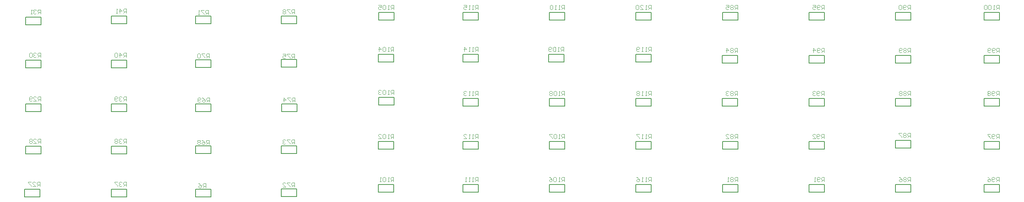
<source format=gbr>
%TF.GenerationSoftware,Altium Limited,Altium Designer,18.0.11 (651)*%
G04 Layer_Color=32896*
%FSLAX26Y26*%
%MOIN*%
%TF.FileFunction,Legend,Bot*%
%TF.Part,Single*%
G01*
G75*
%TA.AperFunction,NonConductor*%
%ADD92C,0.005000*%
%ADD93C,0.004921*%
D92*
X2930472Y1941299D02*
X3070472D01*
X2930472Y1871299D02*
X3070472Y1871299D01*
X2930472Y1871299D02*
Y1941299D01*
X3070472D02*
X3070472Y1871299D01*
X2930471Y1547598D02*
X3070471D01*
X2930471Y1477598D02*
X3070471Y1477598D01*
X2930471Y1477598D02*
Y1547598D01*
X3070471D02*
X3070471Y1477598D01*
X2143070Y1547598D02*
X2283070D01*
X2143070Y1477598D02*
X2283070Y1477598D01*
X2143070Y1477598D02*
Y1547598D01*
X2283070D02*
X2283070Y1477598D01*
X2150944Y1941299D02*
X2290944D01*
X2150944Y1871299D02*
X2290944Y1871299D01*
X2150944Y1871299D02*
Y1941299D01*
X2290944D02*
X2290944Y1871299D01*
X2150944Y2327126D02*
X2290944D01*
X2150944Y2257126D02*
X2290944Y2257126D01*
X2150944Y2257126D02*
Y2327126D01*
X2290944D02*
X2290944Y2257126D01*
X2930472Y2327126D02*
X3070472D01*
X2930472Y2257126D02*
X3070472Y2257126D01*
X2930472Y2257126D02*
Y2327126D01*
X3070472D02*
X3070472Y2257126D01*
X2930472Y2728701D02*
X3070472D01*
X2930472Y2658701D02*
X3070472Y2658701D01*
X2930472Y2658701D02*
Y2728701D01*
X3070472D02*
X3070472Y2658701D01*
X2930472Y3130276D02*
X3070472D01*
X2930472Y3060276D02*
X3070472Y3060275D01*
X2930472Y3060276D02*
Y3130276D01*
X3070472D02*
X3070472Y3060275D01*
X2150944Y3122401D02*
X2290944D01*
X2150944Y3052401D02*
X2290944Y3052401D01*
X2150944Y3052401D02*
Y3122401D01*
X2290944D02*
X2290944Y3052401D01*
X2150944Y2728701D02*
X2290944D01*
X2150944Y2658701D02*
X2290944Y2658701D01*
X2150944Y2658701D02*
Y2728701D01*
X2290944D02*
X2290944Y2658701D01*
X4477874Y2733032D02*
X4477874Y2663032D01*
X4617874D02*
Y2733032D01*
X4477874Y2733032D02*
X4617874Y2733032D01*
X4477874Y2663032D02*
X4617874D01*
X4480709Y2326338D02*
X4480709Y2256338D01*
X4620709D02*
Y2326338D01*
X4480709Y2326338D02*
X4620709Y2326338D01*
X4480709Y2256338D02*
X4620709D01*
X4477874Y1551929D02*
X4477874Y1481929D01*
X4617874D02*
Y1551929D01*
X4477874Y1551929D02*
X4617874Y1551929D01*
X4477874Y1481929D02*
X4617874D01*
X4477874Y1945630D02*
X4477874Y1875630D01*
X4617874D02*
Y1945630D01*
X4477874Y1945630D02*
X4617874Y1945630D01*
X4477874Y1875630D02*
X4617874D01*
X3699213Y1547992D02*
X3699213Y1477992D01*
X3839213D02*
Y1547992D01*
X3699213Y1547992D02*
X3839213Y1547992D01*
X3699213Y1477992D02*
X3839213D01*
X3699213Y1945630D02*
X3699213Y1875630D01*
X3839213D02*
Y1945630D01*
X3699213Y1945630D02*
X3839213Y1945630D01*
X3699213Y1875630D02*
X3839213D01*
X3699213Y2327520D02*
X3699213Y2257520D01*
X3839213D02*
Y2327520D01*
X3699213Y2327520D02*
X3839213Y2327520D01*
X3699213Y2257520D02*
X3839213D01*
X3699213Y2731032D02*
X3699213Y2661032D01*
X3839213D02*
Y2731032D01*
X3699213Y2731032D02*
X3839213Y2731032D01*
X3699213Y2661032D02*
X3839213D01*
X3699213Y3130669D02*
X3699213Y3060669D01*
X3839213D02*
Y3130669D01*
X3699213Y3130669D02*
X3839213Y3130669D01*
X3699213Y3060669D02*
X3839213D01*
X4477874Y3130669D02*
X4477874Y3060669D01*
X4617874D02*
Y3130669D01*
X4477874Y3130669D02*
X4617874Y3130669D01*
X4477874Y3060669D02*
X4617874D01*
X10067165Y3094921D02*
X10207165D01*
X10067165Y3164921D02*
X10207165Y3164921D01*
Y3094921D02*
Y3164921D01*
X10067165Y3164921D02*
X10067165Y3094921D01*
X10068425Y2701220D02*
X10208425D01*
X10068425Y2771221D02*
X10208425Y2771220D01*
Y2701220D02*
Y2771220D01*
X10068425Y2771221D02*
X10068425Y2701220D01*
X6131417Y1913819D02*
X6271417D01*
X6131417Y1983819D02*
X6271417Y1983819D01*
Y1913819D02*
Y1983819D01*
X6131417Y1983819D02*
X6131417Y1913819D01*
Y1520118D02*
X6271417D01*
X6131417Y1590118D02*
X6271417Y1590118D01*
Y1520118D02*
Y1590118D01*
X6131417Y1590118D02*
X6131417Y1520118D01*
X6917559Y3094921D02*
X7057559D01*
X6917559Y3164921D02*
X7057559Y3164921D01*
Y3094921D02*
Y3164921D01*
X6917559Y3164921D02*
X6917559Y3094921D01*
X6911654Y2711063D02*
X7051654D01*
X6911654Y2781063D02*
X7051654Y2781063D01*
Y2711063D02*
Y2781063D01*
X6911654Y2781063D02*
X6911654Y2711063D01*
X10874252Y1520118D02*
X11014252D01*
X10874252Y1590118D02*
X11014252Y1590118D01*
Y1520118D02*
Y1590118D01*
X10874252Y1590118D02*
X10874252Y1520118D01*
X9282132Y3094921D02*
X9422132D01*
X9282132Y3164921D02*
X9422132Y3164921D01*
Y3094921D02*
Y3164921D01*
X9282132Y3164921D02*
X9282132Y3094921D01*
X9282133Y2701220D02*
X9422132D01*
X9282132Y2771221D02*
X9422132Y2771220D01*
Y2701220D02*
Y2771220D01*
X9282132Y2771221D02*
X9282133Y2701220D01*
X10874252Y3094921D02*
X11014252D01*
X10874252Y3164921D02*
X11014252Y3164921D01*
Y3094921D02*
Y3164921D01*
X10874252Y3164921D02*
X10874252Y3094921D01*
X7706221Y1520118D02*
X7846221D01*
X7706221Y1590118D02*
X7846221Y1590118D01*
Y1520118D02*
Y1590118D01*
X7706221Y1590118D02*
X7706221Y1520118D01*
X8492362Y2701220D02*
X8632362D01*
X8492362Y2771221D02*
X8632362Y2771220D01*
Y2701220D02*
Y2771220D01*
X8492362Y2771221D02*
X8492362Y2701220D01*
X10875512D02*
X11015512D01*
X10875512Y2771221D02*
X11015512Y2771220D01*
Y2701220D02*
Y2771220D01*
X10875512Y2771221D02*
X10875512Y2701220D01*
X6131417Y3094921D02*
X6271417D01*
X6131417Y3164921D02*
X6271417Y3164921D01*
Y3094921D02*
Y3164921D01*
X6131417Y3164921D02*
X6131417Y3094921D01*
X8492362Y2307520D02*
X8632362D01*
X8492362Y2377520D02*
X8632362Y2377520D01*
Y2307520D02*
Y2377520D01*
X8492362Y2377520D02*
X8492362Y2307520D01*
X10874252D02*
X11014252D01*
X10874252Y2377520D02*
X11014252Y2377520D01*
Y2307520D02*
Y2377520D01*
X10874252Y2377520D02*
X10874252Y2307520D01*
X6131417Y2711063D02*
X6271417D01*
X6131417Y2781063D02*
X6271417Y2781063D01*
Y2711063D02*
Y2781063D01*
X6131417Y2781063D02*
X6131417Y2711063D01*
X8493622Y1913819D02*
X8633622D01*
X8493622Y1983819D02*
X8633622Y1983819D01*
Y1913819D02*
Y1983819D01*
X8493622Y1983819D02*
X8493622Y1913819D01*
X9282133Y1520118D02*
X9422132D01*
X9282132Y1590118D02*
X9422132Y1590118D01*
Y1520118D02*
Y1590118D01*
X9282132Y1590118D02*
X9282133Y1520118D01*
X8493622D02*
X8633622D01*
X8493622Y1590118D02*
X8633622Y1590118D01*
Y1520118D02*
Y1590118D01*
X8493622Y1590118D02*
X8493622Y1520118D01*
X10874252Y1913819D02*
X11014252D01*
X10874252Y1983819D02*
X11014252Y1983819D01*
Y1913819D02*
Y1983819D01*
X10874252Y1983819D02*
X10874252Y1913819D01*
X6918819Y2307520D02*
X7058819D01*
X6918819Y2377520D02*
X7058819Y2377520D01*
Y2307520D02*
Y2377520D01*
X6918819Y2377520D02*
X6918819Y2307520D01*
X6131417D02*
X6271417D01*
X6131417Y2377520D02*
X6271417Y2377520D01*
Y2307520D02*
Y2377520D01*
X6131417Y2377520D02*
X6131417Y2307520D01*
X6918819Y1913819D02*
X7058819D01*
X6918819Y1983819D02*
X7058819Y1983819D01*
Y1913819D02*
Y1983819D01*
X6918819Y1983819D02*
X6918819Y1913819D01*
X6917559Y1520118D02*
X7057559D01*
X6917559Y1590118D02*
X7057559Y1590118D01*
Y1520118D02*
Y1590118D01*
X6917559Y1590118D02*
X6917559Y1520118D01*
X5363701Y3094921D02*
X5503701D01*
X5363701Y3164921D02*
X5503701Y3164921D01*
Y3094921D02*
Y3164921D01*
X5363701Y3164921D02*
X5363701Y3094921D01*
X10068425Y2307520D02*
X10208425D01*
X10068425Y2377520D02*
X10208425Y2377520D01*
Y2307520D02*
Y2377520D01*
X10068425Y2377520D02*
X10068425Y2307520D01*
X5362441Y2711063D02*
X5502441D01*
X5362441Y2781063D02*
X5502441Y2781063D01*
Y2711063D02*
Y2781063D01*
X5362441Y2781063D02*
X5362441Y2711063D01*
X7706221Y3094921D02*
X7846221D01*
X7706221Y3164921D02*
X7846221Y3164921D01*
Y3094921D02*
Y3164921D01*
X7706221Y3164921D02*
X7706221Y3094921D01*
X10067165Y1923661D02*
X10207165D01*
X10067165Y1993661D02*
X10207165Y1993661D01*
Y1923661D02*
Y1993661D01*
X10067165Y1993661D02*
X10067165Y1923661D01*
X5363701Y2317362D02*
X5503701D01*
X5363701Y2387362D02*
X5503701Y2387362D01*
Y2317362D02*
Y2387362D01*
X5363701Y2387362D02*
X5363701Y2317362D01*
X10068425Y1520118D02*
X10208425D01*
X10068425Y1590118D02*
X10208425Y1590118D01*
Y1520118D02*
Y1590118D01*
X10068425Y1590118D02*
X10068425Y1520118D01*
X5362441Y1913819D02*
X5502441D01*
X5362441Y1983819D02*
X5502441Y1983819D01*
Y1913819D02*
Y1983819D01*
X5362441Y1983819D02*
X5362441Y1913819D01*
X7706221Y2307520D02*
X7846221D01*
X7706221Y2377520D02*
X7846221Y2377520D01*
Y2307520D02*
Y2377520D01*
X7706221Y2377520D02*
X7706221Y2307520D01*
X8493622Y3094921D02*
X8633622D01*
X8493622Y3164921D02*
X8633622Y3164921D01*
Y3094921D02*
Y3164921D01*
X8493622Y3164921D02*
X8493622Y3094921D01*
X5362441Y1520118D02*
X5502441D01*
X5362441Y1590118D02*
X5502441Y1590118D01*
Y1520118D02*
Y1590118D01*
X5362441Y1590118D02*
X5362441Y1520118D01*
X7706221Y1913819D02*
X7846221D01*
X7706221Y1983819D02*
X7846221Y1983819D01*
Y1913819D02*
Y1983819D01*
X7706221Y1983819D02*
X7706221Y1913819D01*
X9281024D02*
X9421024D01*
X9281024Y1983819D02*
X9421024Y1983819D01*
Y1913819D02*
Y1983819D01*
X9281024Y1983819D02*
X9281024Y1913819D01*
X7706221Y2711063D02*
X7846221D01*
X7706221Y2781063D02*
X7846221Y2781063D01*
Y2711063D02*
Y2781063D01*
X7706221Y2781063D02*
X7706221Y2711063D01*
X9281024Y2307520D02*
X9421024D01*
X9281024Y2377520D02*
X9421024Y2377520D01*
Y2307520D02*
Y2377520D01*
X9281024Y2377520D02*
X9281024Y2307520D01*
D93*
X7844000Y3192000D02*
Y3231357D01*
X7824321D01*
X7817762Y3224798D01*
Y3211679D01*
X7824321Y3205119D01*
X7844000D01*
X7830881D02*
X7817762Y3192000D01*
X7804643D02*
X7791524D01*
X7798083D01*
Y3231357D01*
X7804643Y3224798D01*
X7745607Y3192000D02*
X7771845D01*
X7745607Y3218238D01*
Y3224798D01*
X7752166Y3231357D01*
X7765285D01*
X7771845Y3224798D01*
X7732487D02*
X7725928Y3231357D01*
X7712809D01*
X7706249Y3224798D01*
Y3198560D01*
X7712809Y3192000D01*
X7725928D01*
X7732487Y3198560D01*
Y3224798D01*
X7844000Y2808000D02*
Y2847357D01*
X7824321D01*
X7817762Y2840798D01*
Y2827679D01*
X7824321Y2821119D01*
X7844000D01*
X7830881D02*
X7817762Y2808000D01*
X7804643D02*
X7791524D01*
X7798083D01*
Y2847357D01*
X7804643Y2840798D01*
X7771845Y2808000D02*
X7758726D01*
X7765285D01*
Y2847357D01*
X7771845Y2840798D01*
X7739047Y2814560D02*
X7732487Y2808000D01*
X7719368D01*
X7712809Y2814560D01*
Y2840798D01*
X7719368Y2847357D01*
X7732487D01*
X7739047Y2840798D01*
Y2834238D01*
X7732487Y2827679D01*
X7712809D01*
X7844000Y2405000D02*
Y2444357D01*
X7824321D01*
X7817762Y2437798D01*
Y2424679D01*
X7824321Y2418119D01*
X7844000D01*
X7830881D02*
X7817762Y2405000D01*
X7804643D02*
X7791524D01*
X7798083D01*
Y2444357D01*
X7804643Y2437798D01*
X7771845Y2405000D02*
X7758726D01*
X7765285D01*
Y2444357D01*
X7771845Y2437798D01*
X7739047D02*
X7732487Y2444357D01*
X7719368D01*
X7712809Y2437798D01*
Y2431238D01*
X7719368Y2424679D01*
X7712809Y2418119D01*
Y2411560D01*
X7719368Y2405000D01*
X7732487D01*
X7739047Y2411560D01*
Y2418119D01*
X7732487Y2424679D01*
X7739047Y2431238D01*
Y2437798D01*
X7732487Y2424679D02*
X7719368D01*
X7844000Y2011000D02*
Y2050357D01*
X7824321D01*
X7817762Y2043798D01*
Y2030679D01*
X7824321Y2024119D01*
X7844000D01*
X7830881D02*
X7817762Y2011000D01*
X7804643D02*
X7791524D01*
X7798083D01*
Y2050357D01*
X7804643Y2043798D01*
X7771845Y2011000D02*
X7758726D01*
X7765285D01*
Y2050357D01*
X7771845Y2043798D01*
X7739047Y2050357D02*
X7712809D01*
Y2043798D01*
X7739047Y2017560D01*
Y2011000D01*
X7844000Y1618000D02*
Y1657357D01*
X7824321D01*
X7817762Y1650798D01*
Y1637679D01*
X7824321Y1631119D01*
X7844000D01*
X7830881D02*
X7817762Y1618000D01*
X7804643D02*
X7791524D01*
X7798083D01*
Y1657357D01*
X7804643Y1650798D01*
X7771845Y1618000D02*
X7758726D01*
X7765285D01*
Y1657357D01*
X7771845Y1650798D01*
X7712809Y1657357D02*
X7725928Y1650798D01*
X7739047Y1637679D01*
Y1624560D01*
X7732487Y1618000D01*
X7719368D01*
X7712809Y1624560D01*
Y1631119D01*
X7719368Y1637679D01*
X7739047D01*
X6269000Y3192000D02*
Y3231357D01*
X6249321D01*
X6242762Y3224798D01*
Y3211679D01*
X6249321Y3205119D01*
X6269000D01*
X6255881D02*
X6242762Y3192000D01*
X6229643D02*
X6216524D01*
X6223083D01*
Y3231357D01*
X6229643Y3224798D01*
X6196845Y3192000D02*
X6183726D01*
X6190285D01*
Y3231357D01*
X6196845Y3224798D01*
X6137809Y3231357D02*
X6164047D01*
Y3211679D01*
X6150928Y3218238D01*
X6144368D01*
X6137809Y3211679D01*
Y3198560D01*
X6144368Y3192000D01*
X6157487D01*
X6164047Y3198560D01*
X6269000Y2808000D02*
Y2847357D01*
X6249321D01*
X6242762Y2840798D01*
Y2827679D01*
X6249321Y2821119D01*
X6269000D01*
X6255881D02*
X6242762Y2808000D01*
X6229643D02*
X6216524D01*
X6223083D01*
Y2847357D01*
X6229643Y2840798D01*
X6196845Y2808000D02*
X6183726D01*
X6190285D01*
Y2847357D01*
X6196845Y2840798D01*
X6144368Y2808000D02*
Y2847357D01*
X6164047Y2827679D01*
X6137809D01*
X6269000Y2405000D02*
Y2444357D01*
X6249321D01*
X6242762Y2437798D01*
Y2424679D01*
X6249321Y2418119D01*
X6269000D01*
X6255881D02*
X6242762Y2405000D01*
X6229643D02*
X6216524D01*
X6223083D01*
Y2444357D01*
X6229643Y2437798D01*
X6196845Y2405000D02*
X6183726D01*
X6190285D01*
Y2444357D01*
X6196845Y2437798D01*
X6164047D02*
X6157487Y2444357D01*
X6144368D01*
X6137809Y2437798D01*
Y2431238D01*
X6144368Y2424679D01*
X6150928D01*
X6144368D01*
X6137809Y2418119D01*
Y2411560D01*
X6144368Y2405000D01*
X6157487D01*
X6164047Y2411560D01*
X6269000Y2011000D02*
Y2050357D01*
X6249321D01*
X6242762Y2043798D01*
Y2030679D01*
X6249321Y2024119D01*
X6269000D01*
X6255881D02*
X6242762Y2011000D01*
X6229643D02*
X6216524D01*
X6223083D01*
Y2050357D01*
X6229643Y2043798D01*
X6196845Y2011000D02*
X6183726D01*
X6190285D01*
Y2050357D01*
X6196845Y2043798D01*
X6137809Y2011000D02*
X6164047D01*
X6137809Y2037238D01*
Y2043798D01*
X6144368Y2050357D01*
X6157487D01*
X6164047Y2043798D01*
X6269000Y1618000D02*
Y1657357D01*
X6249321D01*
X6242762Y1650798D01*
Y1637679D01*
X6249321Y1631119D01*
X6269000D01*
X6255881D02*
X6242762Y1618000D01*
X6229643D02*
X6216524D01*
X6223083D01*
Y1657357D01*
X6229643Y1650798D01*
X6196845Y1618000D02*
X6183726D01*
X6190285D01*
Y1657357D01*
X6196845Y1650798D01*
X6164047Y1618000D02*
X6150928D01*
X6157487D01*
Y1657357D01*
X6164047Y1650798D01*
X7055000Y3192000D02*
Y3231357D01*
X7035321D01*
X7028762Y3224798D01*
Y3211679D01*
X7035321Y3205119D01*
X7055000D01*
X7041881D02*
X7028762Y3192000D01*
X7015643D02*
X7002524D01*
X7009083D01*
Y3231357D01*
X7015643Y3224798D01*
X6982845Y3192000D02*
X6969726D01*
X6976285D01*
Y3231357D01*
X6982845Y3224798D01*
X6950047D02*
X6943487Y3231357D01*
X6930368D01*
X6923809Y3224798D01*
Y3198560D01*
X6930368Y3192000D01*
X6943487D01*
X6950047Y3198560D01*
Y3224798D01*
X7049000Y2808000D02*
Y2847357D01*
X7029321D01*
X7022762Y2840798D01*
Y2827679D01*
X7029321Y2821119D01*
X7049000D01*
X7035881D02*
X7022762Y2808000D01*
X7009643D02*
X6996524D01*
X7003083D01*
Y2847357D01*
X7009643Y2840798D01*
X6976845D02*
X6970285Y2847357D01*
X6957166D01*
X6950607Y2840798D01*
Y2814560D01*
X6957166Y2808000D01*
X6970285D01*
X6976845Y2814560D01*
Y2840798D01*
X6937487Y2814560D02*
X6930928Y2808000D01*
X6917809D01*
X6911249Y2814560D01*
Y2840798D01*
X6917809Y2847357D01*
X6930928D01*
X6937487Y2840798D01*
Y2834238D01*
X6930928Y2827679D01*
X6911249D01*
X7056000Y2405000D02*
Y2444357D01*
X7036321D01*
X7029762Y2437798D01*
Y2424679D01*
X7036321Y2418119D01*
X7056000D01*
X7042881D02*
X7029762Y2405000D01*
X7016643D02*
X7003524D01*
X7010083D01*
Y2444357D01*
X7016643Y2437798D01*
X6983845D02*
X6977285Y2444357D01*
X6964166D01*
X6957607Y2437798D01*
Y2411560D01*
X6964166Y2405000D01*
X6977285D01*
X6983845Y2411560D01*
Y2437798D01*
X6944487D02*
X6937928Y2444357D01*
X6924809D01*
X6918249Y2437798D01*
Y2431238D01*
X6924809Y2424679D01*
X6918249Y2418119D01*
Y2411560D01*
X6924809Y2405000D01*
X6937928D01*
X6944487Y2411560D01*
Y2418119D01*
X6937928Y2424679D01*
X6944487Y2431238D01*
Y2437798D01*
X6937928Y2424679D02*
X6924809D01*
X7056000Y2011000D02*
Y2050357D01*
X7036321D01*
X7029762Y2043798D01*
Y2030679D01*
X7036321Y2024119D01*
X7056000D01*
X7042881D02*
X7029762Y2011000D01*
X7016643D02*
X7003524D01*
X7010083D01*
Y2050357D01*
X7016643Y2043798D01*
X6983845D02*
X6977285Y2050357D01*
X6964166D01*
X6957607Y2043798D01*
Y2017560D01*
X6964166Y2011000D01*
X6977285D01*
X6983845Y2017560D01*
Y2043798D01*
X6944487Y2050357D02*
X6918249D01*
Y2043798D01*
X6944487Y2017560D01*
Y2011000D01*
X7055000Y1618000D02*
Y1657357D01*
X7035321D01*
X7028762Y1650798D01*
Y1637679D01*
X7035321Y1631119D01*
X7055000D01*
X7041881D02*
X7028762Y1618000D01*
X7015643D02*
X7002524D01*
X7009083D01*
Y1657357D01*
X7015643Y1650798D01*
X6982845D02*
X6976285Y1657357D01*
X6963166D01*
X6956607Y1650798D01*
Y1624560D01*
X6963166Y1618000D01*
X6976285D01*
X6982845Y1624560D01*
Y1650798D01*
X6917249Y1657357D02*
X6930368Y1650798D01*
X6943487Y1637679D01*
Y1624560D01*
X6936928Y1618000D01*
X6923809D01*
X6917249Y1624560D01*
Y1631119D01*
X6923809Y1637679D01*
X6943487D01*
X5501000Y3192000D02*
Y3231357D01*
X5481321D01*
X5474762Y3224798D01*
Y3211679D01*
X5481321Y3205119D01*
X5501000D01*
X5487881D02*
X5474762Y3192000D01*
X5461643D02*
X5448524D01*
X5455083D01*
Y3231357D01*
X5461643Y3224798D01*
X5428845D02*
X5422285Y3231357D01*
X5409166D01*
X5402607Y3224798D01*
Y3198560D01*
X5409166Y3192000D01*
X5422285D01*
X5428845Y3198560D01*
Y3224798D01*
X5363249Y3231357D02*
X5389487D01*
Y3211679D01*
X5376368Y3218238D01*
X5369809D01*
X5363249Y3211679D01*
Y3198560D01*
X5369809Y3192000D01*
X5382928D01*
X5389487Y3198560D01*
X5500000Y2808000D02*
Y2847357D01*
X5480321D01*
X5473762Y2840798D01*
Y2827679D01*
X5480321Y2821119D01*
X5500000D01*
X5486881D02*
X5473762Y2808000D01*
X5460643D02*
X5447524D01*
X5454083D01*
Y2847357D01*
X5460643Y2840798D01*
X5427845D02*
X5421285Y2847357D01*
X5408166D01*
X5401607Y2840798D01*
Y2814560D01*
X5408166Y2808000D01*
X5421285D01*
X5427845Y2814560D01*
Y2840798D01*
X5368809Y2808000D02*
Y2847357D01*
X5388487Y2827679D01*
X5362249D01*
X5501000Y2415000D02*
Y2454357D01*
X5481321D01*
X5474762Y2447798D01*
Y2434679D01*
X5481321Y2428119D01*
X5501000D01*
X5487881D02*
X5474762Y2415000D01*
X5461643D02*
X5448524D01*
X5455083D01*
Y2454357D01*
X5461643Y2447798D01*
X5428845D02*
X5422285Y2454357D01*
X5409166D01*
X5402607Y2447798D01*
Y2421560D01*
X5409166Y2415000D01*
X5422285D01*
X5428845Y2421560D01*
Y2447798D01*
X5389487D02*
X5382928Y2454357D01*
X5369809D01*
X5363249Y2447798D01*
Y2441238D01*
X5369809Y2434679D01*
X5376368D01*
X5369809D01*
X5363249Y2428119D01*
Y2421560D01*
X5369809Y2415000D01*
X5382928D01*
X5389487Y2421560D01*
X5500000Y2011000D02*
Y2050357D01*
X5480321D01*
X5473762Y2043798D01*
Y2030679D01*
X5480321Y2024119D01*
X5500000D01*
X5486881D02*
X5473762Y2011000D01*
X5460643D02*
X5447524D01*
X5454083D01*
Y2050357D01*
X5460643Y2043798D01*
X5427845D02*
X5421285Y2050357D01*
X5408166D01*
X5401607Y2043798D01*
Y2017560D01*
X5408166Y2011000D01*
X5421285D01*
X5427845Y2017560D01*
Y2043798D01*
X5362249Y2011000D02*
X5388487D01*
X5362249Y2037238D01*
Y2043798D01*
X5368809Y2050357D01*
X5381928D01*
X5388487Y2043798D01*
X5500000Y1618000D02*
Y1657357D01*
X5480321D01*
X5473762Y1650798D01*
Y1637679D01*
X5480321Y1631119D01*
X5500000D01*
X5486881D02*
X5473762Y1618000D01*
X5460643D02*
X5447524D01*
X5454083D01*
Y1657357D01*
X5460643Y1650798D01*
X5427845D02*
X5421285Y1657357D01*
X5408166D01*
X5401607Y1650798D01*
Y1624560D01*
X5408166Y1618000D01*
X5421285D01*
X5427845Y1624560D01*
Y1650798D01*
X5388487Y1618000D02*
X5375368D01*
X5381928D01*
Y1657357D01*
X5388487Y1650798D01*
X11012000Y3192000D02*
Y3231357D01*
X10992321D01*
X10985762Y3224798D01*
Y3211679D01*
X10992321Y3205119D01*
X11012000D01*
X10998881D02*
X10985762Y3192000D01*
X10972643D02*
X10959523D01*
X10966083D01*
Y3231357D01*
X10972643Y3224798D01*
X10939845D02*
X10933285Y3231357D01*
X10920166D01*
X10913607Y3224798D01*
Y3198560D01*
X10920166Y3192000D01*
X10933285D01*
X10939845Y3198560D01*
Y3224798D01*
X10900487D02*
X10893928Y3231357D01*
X10880809D01*
X10874249Y3224798D01*
Y3198560D01*
X10880809Y3192000D01*
X10893928D01*
X10900487Y3198560D01*
Y3224798D01*
X11013000Y2799000D02*
Y2838357D01*
X10993321D01*
X10986762Y2831798D01*
Y2818679D01*
X10993321Y2812119D01*
X11013000D01*
X10999881D02*
X10986762Y2799000D01*
X10973643Y2805560D02*
X10967083Y2799000D01*
X10953964D01*
X10947404Y2805560D01*
Y2831798D01*
X10953964Y2838357D01*
X10967083D01*
X10973643Y2831798D01*
Y2825238D01*
X10967083Y2818679D01*
X10947404D01*
X10934285Y2805560D02*
X10927726Y2799000D01*
X10914606D01*
X10908047Y2805560D01*
Y2831798D01*
X10914606Y2838357D01*
X10927726D01*
X10934285Y2831798D01*
Y2825238D01*
X10927726Y2818679D01*
X10908047D01*
X11012000Y2405000D02*
Y2444357D01*
X10992321D01*
X10985762Y2437798D01*
Y2424679D01*
X10992321Y2418119D01*
X11012000D01*
X10998881D02*
X10985762Y2405000D01*
X10972643Y2411560D02*
X10966083Y2405000D01*
X10952964D01*
X10946404Y2411560D01*
Y2437798D01*
X10952964Y2444357D01*
X10966083D01*
X10972643Y2437798D01*
Y2431238D01*
X10966083Y2424679D01*
X10946404D01*
X10933285Y2437798D02*
X10926726Y2444357D01*
X10913606D01*
X10907047Y2437798D01*
Y2431238D01*
X10913606Y2424679D01*
X10907047Y2418119D01*
Y2411560D01*
X10913606Y2405000D01*
X10926726D01*
X10933285Y2411560D01*
Y2418119D01*
X10926726Y2424679D01*
X10933285Y2431238D01*
Y2437798D01*
X10926726Y2424679D02*
X10913606D01*
X11012000Y2011000D02*
Y2050357D01*
X10992321D01*
X10985762Y2043798D01*
Y2030679D01*
X10992321Y2024119D01*
X11012000D01*
X10998881D02*
X10985762Y2011000D01*
X10972643Y2017560D02*
X10966083Y2011000D01*
X10952964D01*
X10946404Y2017560D01*
Y2043798D01*
X10952964Y2050357D01*
X10966083D01*
X10972643Y2043798D01*
Y2037238D01*
X10966083Y2030679D01*
X10946404D01*
X10933285Y2050357D02*
X10907047D01*
Y2043798D01*
X10933285Y2017560D01*
Y2011000D01*
X11012000Y1618000D02*
Y1657357D01*
X10992321D01*
X10985762Y1650798D01*
Y1637679D01*
X10992321Y1631119D01*
X11012000D01*
X10998881D02*
X10985762Y1618000D01*
X10972643Y1624560D02*
X10966083Y1618000D01*
X10952964D01*
X10946404Y1624560D01*
Y1650798D01*
X10952964Y1657357D01*
X10966083D01*
X10972643Y1650798D01*
Y1644238D01*
X10966083Y1637679D01*
X10946404D01*
X10907047Y1657357D02*
X10920166Y1650798D01*
X10933285Y1637679D01*
Y1624560D01*
X10926726Y1618000D01*
X10913606D01*
X10907047Y1624560D01*
Y1631119D01*
X10913606Y1637679D01*
X10933285D01*
X9420000Y3192000D02*
Y3231357D01*
X9400321D01*
X9393762Y3224798D01*
Y3211679D01*
X9400321Y3205119D01*
X9420000D01*
X9406881D02*
X9393762Y3192000D01*
X9380643Y3198560D02*
X9374083Y3192000D01*
X9360964D01*
X9354404Y3198560D01*
Y3224798D01*
X9360964Y3231357D01*
X9374083D01*
X9380643Y3224798D01*
Y3218238D01*
X9374083Y3211679D01*
X9354404D01*
X9315047Y3231357D02*
X9341285D01*
Y3211679D01*
X9328166Y3218238D01*
X9321606D01*
X9315047Y3211679D01*
Y3198560D01*
X9321606Y3192000D01*
X9334726D01*
X9341285Y3198560D01*
X9420000Y2799000D02*
Y2838357D01*
X9400321D01*
X9393762Y2831798D01*
Y2818679D01*
X9400321Y2812119D01*
X9420000D01*
X9406881D02*
X9393762Y2799000D01*
X9380643Y2805560D02*
X9374083Y2799000D01*
X9360964D01*
X9354404Y2805560D01*
Y2831798D01*
X9360964Y2838357D01*
X9374083D01*
X9380643Y2831798D01*
Y2825238D01*
X9374083Y2818679D01*
X9354404D01*
X9321606Y2799000D02*
Y2838357D01*
X9341285Y2818679D01*
X9315047D01*
X9419000Y2405000D02*
Y2444357D01*
X9399321D01*
X9392762Y2437798D01*
Y2424679D01*
X9399321Y2418119D01*
X9419000D01*
X9405881D02*
X9392762Y2405000D01*
X9379643Y2411560D02*
X9373083Y2405000D01*
X9359964D01*
X9353404Y2411560D01*
Y2437798D01*
X9359964Y2444357D01*
X9373083D01*
X9379643Y2437798D01*
Y2431238D01*
X9373083Y2424679D01*
X9353404D01*
X9340285Y2437798D02*
X9333726Y2444357D01*
X9320606D01*
X9314047Y2437798D01*
Y2431238D01*
X9320606Y2424679D01*
X9327166D01*
X9320606D01*
X9314047Y2418119D01*
Y2411560D01*
X9320606Y2405000D01*
X9333726D01*
X9340285Y2411560D01*
X9419000Y2011000D02*
Y2050357D01*
X9399321D01*
X9392762Y2043798D01*
Y2030679D01*
X9399321Y2024119D01*
X9419000D01*
X9405881D02*
X9392762Y2011000D01*
X9379643Y2017560D02*
X9373083Y2011000D01*
X9359964D01*
X9353404Y2017560D01*
Y2043798D01*
X9359964Y2050357D01*
X9373083D01*
X9379643Y2043798D01*
Y2037238D01*
X9373083Y2030679D01*
X9353404D01*
X9314047Y2011000D02*
X9340285D01*
X9314047Y2037238D01*
Y2043798D01*
X9320606Y2050357D01*
X9333726D01*
X9340285Y2043798D01*
X9420000Y1618000D02*
Y1657357D01*
X9400321D01*
X9393762Y1650798D01*
Y1637679D01*
X9400321Y1631119D01*
X9420000D01*
X9406881D02*
X9393762Y1618000D01*
X9380643Y1624560D02*
X9374083Y1618000D01*
X9360964D01*
X9354404Y1624560D01*
Y1650798D01*
X9360964Y1657357D01*
X9374083D01*
X9380643Y1650798D01*
Y1644238D01*
X9374083Y1637679D01*
X9354404D01*
X9341285Y1618000D02*
X9328166D01*
X9334726D01*
Y1657357D01*
X9341285Y1650798D01*
X10205000Y3192000D02*
Y3231357D01*
X10185321D01*
X10178762Y3224798D01*
Y3211679D01*
X10185321Y3205119D01*
X10205000D01*
X10191881D02*
X10178762Y3192000D01*
X10165643Y3198560D02*
X10159083Y3192000D01*
X10145964D01*
X10139404Y3198560D01*
Y3224798D01*
X10145964Y3231357D01*
X10159083D01*
X10165643Y3224798D01*
Y3218238D01*
X10159083Y3211679D01*
X10139404D01*
X10126285Y3224798D02*
X10119726Y3231357D01*
X10106606D01*
X10100047Y3224798D01*
Y3198560D01*
X10106606Y3192000D01*
X10119726D01*
X10126285Y3198560D01*
Y3224798D01*
X10206000Y2799000D02*
Y2838357D01*
X10186321D01*
X10179762Y2831798D01*
Y2818679D01*
X10186321Y2812119D01*
X10206000D01*
X10192881D02*
X10179762Y2799000D01*
X10166643Y2831798D02*
X10160083Y2838357D01*
X10146964D01*
X10140404Y2831798D01*
Y2825238D01*
X10146964Y2818679D01*
X10140404Y2812119D01*
Y2805560D01*
X10146964Y2799000D01*
X10160083D01*
X10166643Y2805560D01*
Y2812119D01*
X10160083Y2818679D01*
X10166643Y2825238D01*
Y2831798D01*
X10160083Y2818679D02*
X10146964D01*
X10127285Y2805560D02*
X10120726Y2799000D01*
X10107606D01*
X10101047Y2805560D01*
Y2831798D01*
X10107606Y2838357D01*
X10120726D01*
X10127285Y2831798D01*
Y2825238D01*
X10120726Y2818679D01*
X10101047D01*
X10206000Y2405000D02*
Y2444357D01*
X10186321D01*
X10179762Y2437798D01*
Y2424679D01*
X10186321Y2418119D01*
X10206000D01*
X10192881D02*
X10179762Y2405000D01*
X10166643Y2437798D02*
X10160083Y2444357D01*
X10146964D01*
X10140404Y2437798D01*
Y2431238D01*
X10146964Y2424679D01*
X10140404Y2418119D01*
Y2411560D01*
X10146964Y2405000D01*
X10160083D01*
X10166643Y2411560D01*
Y2418119D01*
X10160083Y2424679D01*
X10166643Y2431238D01*
Y2437798D01*
X10160083Y2424679D02*
X10146964D01*
X10127285Y2437798D02*
X10120726Y2444357D01*
X10107606D01*
X10101047Y2437798D01*
Y2431238D01*
X10107606Y2424679D01*
X10101047Y2418119D01*
Y2411560D01*
X10107606Y2405000D01*
X10120726D01*
X10127285Y2411560D01*
Y2418119D01*
X10120726Y2424679D01*
X10127285Y2431238D01*
Y2437798D01*
X10120726Y2424679D02*
X10107606D01*
X10205000Y2021000D02*
Y2060357D01*
X10185321D01*
X10178762Y2053798D01*
Y2040679D01*
X10185321Y2034119D01*
X10205000D01*
X10191881D02*
X10178762Y2021000D01*
X10165643Y2053798D02*
X10159083Y2060357D01*
X10145964D01*
X10139404Y2053798D01*
Y2047238D01*
X10145964Y2040679D01*
X10139404Y2034119D01*
Y2027560D01*
X10145964Y2021000D01*
X10159083D01*
X10165643Y2027560D01*
Y2034119D01*
X10159083Y2040679D01*
X10165643Y2047238D01*
Y2053798D01*
X10159083Y2040679D02*
X10145964D01*
X10126285Y2060357D02*
X10100047D01*
Y2053798D01*
X10126285Y2027560D01*
Y2021000D01*
X10206000Y1618000D02*
Y1657357D01*
X10186321D01*
X10179762Y1650798D01*
Y1637679D01*
X10186321Y1631119D01*
X10206000D01*
X10192881D02*
X10179762Y1618000D01*
X10166643Y1650798D02*
X10160083Y1657357D01*
X10146964D01*
X10140404Y1650798D01*
Y1644238D01*
X10146964Y1637679D01*
X10140404Y1631119D01*
Y1624560D01*
X10146964Y1618000D01*
X10160083D01*
X10166643Y1624560D01*
Y1631119D01*
X10160083Y1637679D01*
X10166643Y1644238D01*
Y1650798D01*
X10160083Y1637679D02*
X10146964D01*
X10101047Y1657357D02*
X10114166Y1650798D01*
X10127285Y1637679D01*
Y1624560D01*
X10120726Y1618000D01*
X10107606D01*
X10101047Y1624560D01*
Y1631119D01*
X10107606Y1637679D01*
X10127285D01*
X8631000Y3192000D02*
Y3231357D01*
X8611321D01*
X8604762Y3224798D01*
Y3211679D01*
X8611321Y3205119D01*
X8631000D01*
X8617881D02*
X8604762Y3192000D01*
X8591643Y3224798D02*
X8585083Y3231357D01*
X8571964D01*
X8565404Y3224798D01*
Y3218238D01*
X8571964Y3211679D01*
X8565404Y3205119D01*
Y3198560D01*
X8571964Y3192000D01*
X8585083D01*
X8591643Y3198560D01*
Y3205119D01*
X8585083Y3211679D01*
X8591643Y3218238D01*
Y3224798D01*
X8585083Y3211679D02*
X8571964D01*
X8526047Y3231357D02*
X8552285D01*
Y3211679D01*
X8539166Y3218238D01*
X8532606D01*
X8526047Y3211679D01*
Y3198560D01*
X8532606Y3192000D01*
X8545726D01*
X8552285Y3198560D01*
X8630000Y2799000D02*
Y2838357D01*
X8610321D01*
X8603762Y2831798D01*
Y2818679D01*
X8610321Y2812119D01*
X8630000D01*
X8616881D02*
X8603762Y2799000D01*
X8590643Y2831798D02*
X8584083Y2838357D01*
X8570964D01*
X8564404Y2831798D01*
Y2825238D01*
X8570964Y2818679D01*
X8564404Y2812119D01*
Y2805560D01*
X8570964Y2799000D01*
X8584083D01*
X8590643Y2805560D01*
Y2812119D01*
X8584083Y2818679D01*
X8590643Y2825238D01*
Y2831798D01*
X8584083Y2818679D02*
X8570964D01*
X8531606Y2799000D02*
Y2838357D01*
X8551285Y2818679D01*
X8525047D01*
X8630000Y2405000D02*
Y2444357D01*
X8610321D01*
X8603762Y2437798D01*
Y2424679D01*
X8610321Y2418119D01*
X8630000D01*
X8616881D02*
X8603762Y2405000D01*
X8590643Y2437798D02*
X8584083Y2444357D01*
X8570964D01*
X8564404Y2437798D01*
Y2431238D01*
X8570964Y2424679D01*
X8564404Y2418119D01*
Y2411560D01*
X8570964Y2405000D01*
X8584083D01*
X8590643Y2411560D01*
Y2418119D01*
X8584083Y2424679D01*
X8590643Y2431238D01*
Y2437798D01*
X8584083Y2424679D02*
X8570964D01*
X8551285Y2437798D02*
X8544726Y2444357D01*
X8531606D01*
X8525047Y2437798D01*
Y2431238D01*
X8531606Y2424679D01*
X8538166D01*
X8531606D01*
X8525047Y2418119D01*
Y2411560D01*
X8531606Y2405000D01*
X8544726D01*
X8551285Y2411560D01*
X8631000Y2011000D02*
Y2050357D01*
X8611321D01*
X8604762Y2043798D01*
Y2030679D01*
X8611321Y2024119D01*
X8631000D01*
X8617881D02*
X8604762Y2011000D01*
X8591643Y2043798D02*
X8585083Y2050357D01*
X8571964D01*
X8565404Y2043798D01*
Y2037238D01*
X8571964Y2030679D01*
X8565404Y2024119D01*
Y2017560D01*
X8571964Y2011000D01*
X8585083D01*
X8591643Y2017560D01*
Y2024119D01*
X8585083Y2030679D01*
X8591643Y2037238D01*
Y2043798D01*
X8585083Y2030679D02*
X8571964D01*
X8526047Y2011000D02*
X8552285D01*
X8526047Y2037238D01*
Y2043798D01*
X8532606Y2050357D01*
X8545726D01*
X8552285Y2043798D01*
X8631000Y1618000D02*
Y1657357D01*
X8611321D01*
X8604762Y1650798D01*
Y1637679D01*
X8611321Y1631119D01*
X8631000D01*
X8617881D02*
X8604762Y1618000D01*
X8591643Y1650798D02*
X8585083Y1657357D01*
X8571964D01*
X8565404Y1650798D01*
Y1644238D01*
X8571964Y1637679D01*
X8565404Y1631119D01*
Y1624560D01*
X8571964Y1618000D01*
X8585083D01*
X8591643Y1624560D01*
Y1631119D01*
X8585083Y1637679D01*
X8591643Y1644238D01*
Y1650798D01*
X8585083Y1637679D02*
X8571964D01*
X8552285Y1618000D02*
X8539166D01*
X8545726D01*
Y1657357D01*
X8552285Y1650798D01*
X3068000Y3158000D02*
Y3197357D01*
X3048321D01*
X3041762Y3190798D01*
Y3177679D01*
X3048321Y3171119D01*
X3068000D01*
X3054881D02*
X3041762Y3158000D01*
X3008964D02*
Y3197357D01*
X3028643Y3177679D01*
X3002404D01*
X2989285Y3158000D02*
X2976166D01*
X2982726D01*
Y3197357D01*
X2989285Y3190798D01*
X3068000Y2756000D02*
Y2795357D01*
X3048321D01*
X3041762Y2788798D01*
Y2775679D01*
X3048321Y2769119D01*
X3068000D01*
X3054881D02*
X3041762Y2756000D01*
X3008964D02*
Y2795357D01*
X3028643Y2775679D01*
X3002404D01*
X2989285Y2788798D02*
X2982726Y2795357D01*
X2969606D01*
X2963047Y2788798D01*
Y2762560D01*
X2969606Y2756000D01*
X2982726D01*
X2989285Y2762560D01*
Y2788798D01*
X3068000Y2355000D02*
Y2394357D01*
X3048321D01*
X3041762Y2387798D01*
Y2374679D01*
X3048321Y2368119D01*
X3068000D01*
X3054881D02*
X3041762Y2355000D01*
X3028643Y2387798D02*
X3022083Y2394357D01*
X3008964D01*
X3002404Y2387798D01*
Y2381238D01*
X3008964Y2374679D01*
X3015523D01*
X3008964D01*
X3002404Y2368119D01*
Y2361560D01*
X3008964Y2355000D01*
X3022083D01*
X3028643Y2361560D01*
X2989285D02*
X2982726Y2355000D01*
X2969606D01*
X2963047Y2361560D01*
Y2387798D01*
X2969606Y2394357D01*
X2982726D01*
X2989285Y2387798D01*
Y2381238D01*
X2982726Y2374679D01*
X2963047D01*
X3068000Y1969000D02*
Y2008357D01*
X3048321D01*
X3041762Y2001798D01*
Y1988679D01*
X3048321Y1982119D01*
X3068000D01*
X3054881D02*
X3041762Y1969000D01*
X3028643Y2001798D02*
X3022083Y2008357D01*
X3008964D01*
X3002404Y2001798D01*
Y1995238D01*
X3008964Y1988679D01*
X3015523D01*
X3008964D01*
X3002404Y1982119D01*
Y1975560D01*
X3008964Y1969000D01*
X3022083D01*
X3028643Y1975560D01*
X2989285Y2001798D02*
X2982726Y2008357D01*
X2969606D01*
X2963047Y2001798D01*
Y1995238D01*
X2969606Y1988679D01*
X2963047Y1982119D01*
Y1975560D01*
X2969606Y1969000D01*
X2982726D01*
X2989285Y1975560D01*
Y1982119D01*
X2982726Y1988679D01*
X2989285Y1995238D01*
Y2001798D01*
X2982726Y1988679D02*
X2969606D01*
X3068000Y1575000D02*
Y1614357D01*
X3048321D01*
X3041762Y1607798D01*
Y1594679D01*
X3048321Y1588119D01*
X3068000D01*
X3054881D02*
X3041762Y1575000D01*
X3028643Y1607798D02*
X3022083Y1614357D01*
X3008964D01*
X3002404Y1607798D01*
Y1601238D01*
X3008964Y1594679D01*
X3015523D01*
X3008964D01*
X3002404Y1588119D01*
Y1581560D01*
X3008964Y1575000D01*
X3022083D01*
X3028643Y1581560D01*
X2989285Y1614357D02*
X2963047D01*
Y1607798D01*
X2989285Y1581560D01*
Y1575000D01*
X2289000Y3150000D02*
Y3189357D01*
X2269321D01*
X2262762Y3182798D01*
Y3169679D01*
X2269321Y3163119D01*
X2289000D01*
X2275881D02*
X2262762Y3150000D01*
X2249643Y3182798D02*
X2243083Y3189357D01*
X2229964D01*
X2223404Y3182798D01*
Y3176238D01*
X2229964Y3169679D01*
X2236523D01*
X2229964D01*
X2223404Y3163119D01*
Y3156560D01*
X2229964Y3150000D01*
X2243083D01*
X2249643Y3156560D01*
X2210285Y3150000D02*
X2197166D01*
X2203726D01*
Y3189357D01*
X2210285Y3182798D01*
X2289000Y2756000D02*
Y2795357D01*
X2269321D01*
X2262762Y2788798D01*
Y2775679D01*
X2269321Y2769119D01*
X2289000D01*
X2275881D02*
X2262762Y2756000D01*
X2249643Y2788798D02*
X2243083Y2795357D01*
X2229964D01*
X2223404Y2788798D01*
Y2782238D01*
X2229964Y2775679D01*
X2236523D01*
X2229964D01*
X2223404Y2769119D01*
Y2762560D01*
X2229964Y2756000D01*
X2243083D01*
X2249643Y2762560D01*
X2210285Y2788798D02*
X2203726Y2795357D01*
X2190606D01*
X2184047Y2788798D01*
Y2762560D01*
X2190606Y2756000D01*
X2203726D01*
X2210285Y2762560D01*
Y2788798D01*
X2289000Y2355000D02*
Y2394357D01*
X2269321D01*
X2262762Y2387798D01*
Y2374679D01*
X2269321Y2368119D01*
X2289000D01*
X2275881D02*
X2262762Y2355000D01*
X2223404D02*
X2249643D01*
X2223404Y2381238D01*
Y2387798D01*
X2229964Y2394357D01*
X2243083D01*
X2249643Y2387798D01*
X2210285Y2361560D02*
X2203726Y2355000D01*
X2190606D01*
X2184047Y2361560D01*
Y2387798D01*
X2190606Y2394357D01*
X2203726D01*
X2210285Y2387798D01*
Y2381238D01*
X2203726Y2374679D01*
X2184047D01*
X2289000Y1969000D02*
Y2008357D01*
X2269321D01*
X2262762Y2001798D01*
Y1988679D01*
X2269321Y1982119D01*
X2289000D01*
X2275881D02*
X2262762Y1969000D01*
X2223404D02*
X2249643D01*
X2223404Y1995238D01*
Y2001798D01*
X2229964Y2008357D01*
X2243083D01*
X2249643Y2001798D01*
X2210285D02*
X2203726Y2008357D01*
X2190606D01*
X2184047Y2001798D01*
Y1995238D01*
X2190606Y1988679D01*
X2184047Y1982119D01*
Y1975560D01*
X2190606Y1969000D01*
X2203726D01*
X2210285Y1975560D01*
Y1982119D01*
X2203726Y1988679D01*
X2210285Y1995238D01*
Y2001798D01*
X2203726Y1988679D02*
X2190606D01*
X2281000Y1575000D02*
Y1614357D01*
X2261321D01*
X2254762Y1607798D01*
Y1594679D01*
X2261321Y1588119D01*
X2281000D01*
X2267881D02*
X2254762Y1575000D01*
X2215404D02*
X2241643D01*
X2215404Y1601238D01*
Y1607798D01*
X2221964Y1614357D01*
X2235083D01*
X2241643Y1607798D01*
X2202285Y1614357D02*
X2176047D01*
Y1607798D01*
X2202285Y1581560D01*
Y1575000D01*
X3792323Y1561024D02*
Y1600381D01*
X3772644D01*
X3766085Y1593821D01*
Y1580702D01*
X3772644Y1574143D01*
X3792323D01*
X3779204D02*
X3766085Y1561024D01*
X3726727Y1600381D02*
X3739846Y1593821D01*
X3752965Y1580702D01*
Y1567583D01*
X3746406Y1561024D01*
X3733287D01*
X3726727Y1567583D01*
Y1574143D01*
X3733287Y1580702D01*
X3752965D01*
X3820866Y1956693D02*
Y1996050D01*
X3801187D01*
X3794628Y1989491D01*
Y1976372D01*
X3801187Y1969812D01*
X3820866D01*
X3807747D02*
X3794628Y1956693D01*
X3755271Y1996050D02*
X3768390Y1989491D01*
X3781509Y1976372D01*
Y1963253D01*
X3774949Y1956693D01*
X3761830D01*
X3755271Y1963253D01*
Y1969812D01*
X3761830Y1976372D01*
X3781509D01*
X3742151Y1989491D02*
X3735592Y1996050D01*
X3722473D01*
X3715913Y1989491D01*
Y1982931D01*
X3722473Y1976372D01*
X3715913Y1969812D01*
Y1963253D01*
X3722473Y1956693D01*
X3735592D01*
X3742151Y1963253D01*
Y1969812D01*
X3735592Y1976372D01*
X3742151Y1982931D01*
Y1989491D01*
X3735592Y1976372D02*
X3722473D01*
X3823819Y2345472D02*
Y2384830D01*
X3804140D01*
X3797581Y2378270D01*
Y2365151D01*
X3804140Y2358591D01*
X3823819D01*
X3810700D02*
X3797581Y2345472D01*
X3758223Y2384830D02*
X3771342Y2378270D01*
X3784461Y2365151D01*
Y2352032D01*
X3777902Y2345472D01*
X3764783D01*
X3758223Y2352032D01*
Y2358591D01*
X3764783Y2365151D01*
X3784461D01*
X3745104Y2352032D02*
X3738544Y2345472D01*
X3725425D01*
X3718866Y2352032D01*
Y2378270D01*
X3725425Y2384830D01*
X3738544D01*
X3745104Y2378270D01*
Y2371711D01*
X3738544Y2365151D01*
X3718866D01*
X3821850Y2747047D02*
Y2786405D01*
X3802172D01*
X3795612Y2779845D01*
Y2766726D01*
X3802172Y2760166D01*
X3821850D01*
X3808731D02*
X3795612Y2747047D01*
X3782493Y2786405D02*
X3756255D01*
Y2779845D01*
X3782493Y2753607D01*
Y2747047D01*
X3743136Y2779845D02*
X3736576Y2786405D01*
X3723457D01*
X3716897Y2779845D01*
Y2753607D01*
X3723457Y2747047D01*
X3736576D01*
X3743136Y2753607D01*
Y2779845D01*
X3814961Y3144685D02*
Y3184042D01*
X3795282D01*
X3788722Y3177483D01*
Y3164364D01*
X3795282Y3157804D01*
X3814961D01*
X3801841D02*
X3788722Y3144685D01*
X3775603Y3184042D02*
X3749365D01*
Y3177483D01*
X3775603Y3151245D01*
Y3144685D01*
X3736246D02*
X3723127D01*
X3729686D01*
Y3184042D01*
X3736246Y3177483D01*
X4597441Y1567913D02*
Y1607271D01*
X4577762D01*
X4571203Y1600711D01*
Y1587592D01*
X4577762Y1581033D01*
X4597441D01*
X4584322D02*
X4571203Y1567913D01*
X4558083Y1607271D02*
X4531845D01*
Y1600711D01*
X4558083Y1574473D01*
Y1567913D01*
X4492488D02*
X4518726D01*
X4492488Y1594152D01*
Y1600711D01*
X4499047Y1607271D01*
X4512167D01*
X4518726Y1600711D01*
X4598425Y1960630D02*
Y1999987D01*
X4578747D01*
X4572187Y1993428D01*
Y1980309D01*
X4578747Y1973749D01*
X4598425D01*
X4585306D02*
X4572187Y1960630D01*
X4559068Y1999987D02*
X4532830D01*
Y1993428D01*
X4559068Y1967189D01*
Y1960630D01*
X4519710Y1993428D02*
X4513151Y1999987D01*
X4500032D01*
X4493472Y1993428D01*
Y1986868D01*
X4500032Y1980309D01*
X4506591D01*
X4500032D01*
X4493472Y1973749D01*
Y1967189D01*
X4500032Y1960630D01*
X4513151D01*
X4519710Y1967189D01*
X4601378Y2343504D02*
Y2382861D01*
X4581699D01*
X4575140Y2376302D01*
Y2363183D01*
X4581699Y2356623D01*
X4601378D01*
X4588259D02*
X4575140Y2343504D01*
X4562021Y2382861D02*
X4535782D01*
Y2376302D01*
X4562021Y2350064D01*
Y2343504D01*
X4502984D02*
Y2382861D01*
X4522663Y2363183D01*
X4496425D01*
X4598425Y2745079D02*
Y2784436D01*
X4578747D01*
X4572187Y2777876D01*
Y2764757D01*
X4578747Y2758198D01*
X4598425D01*
X4585306D02*
X4572187Y2745079D01*
X4559068Y2784436D02*
X4532830D01*
Y2777876D01*
X4559068Y2751638D01*
Y2745079D01*
X4493472Y2784436D02*
X4519710D01*
Y2764757D01*
X4506591Y2771317D01*
X4500032D01*
X4493472Y2764757D01*
Y2751638D01*
X4500032Y2745079D01*
X4513151D01*
X4519710Y2751638D01*
X4598425Y3151575D02*
Y3190932D01*
X4578747D01*
X4572187Y3184373D01*
Y3171253D01*
X4578747Y3164694D01*
X4598425D01*
X4585306D02*
X4572187Y3151575D01*
X4559068Y3190932D02*
X4532830D01*
Y3184373D01*
X4559068Y3158134D01*
Y3151575D01*
X4519710Y3184373D02*
X4513151Y3190932D01*
X4500032D01*
X4493472Y3184373D01*
Y3177813D01*
X4500032Y3171253D01*
X4493472Y3164694D01*
Y3158134D01*
X4500032Y3151575D01*
X4513151D01*
X4519710Y3158134D01*
Y3164694D01*
X4513151Y3171253D01*
X4519710Y3177813D01*
Y3184373D01*
X4513151Y3171253D02*
X4500032D01*
%TF.MD5,922b95235fbba2695e7537f57c39d863*%
M02*

</source>
